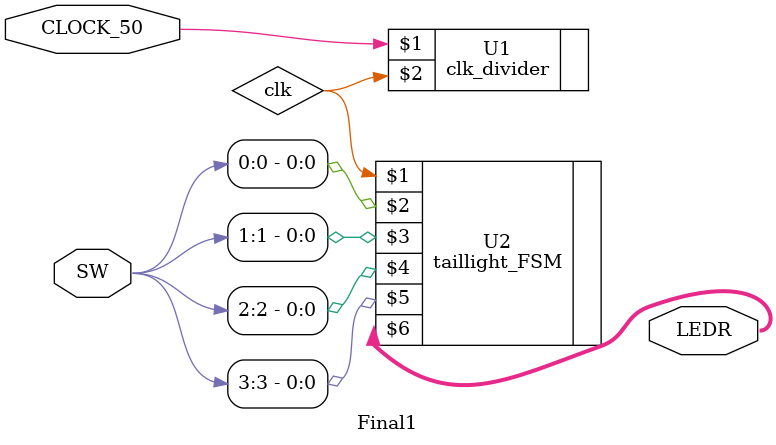
<source format=v>
module Final1(
	input CLOCK_50,
	input [3:0] SW,
	output [5:0] LEDR
);

wire clk;

clk_divider				#(25000000)U1(CLOCK_50, clk);
taillight_FSM			U2(clk, SW[0], SW[1], SW[2], SW[3], LEDR);




endmodule
</source>
